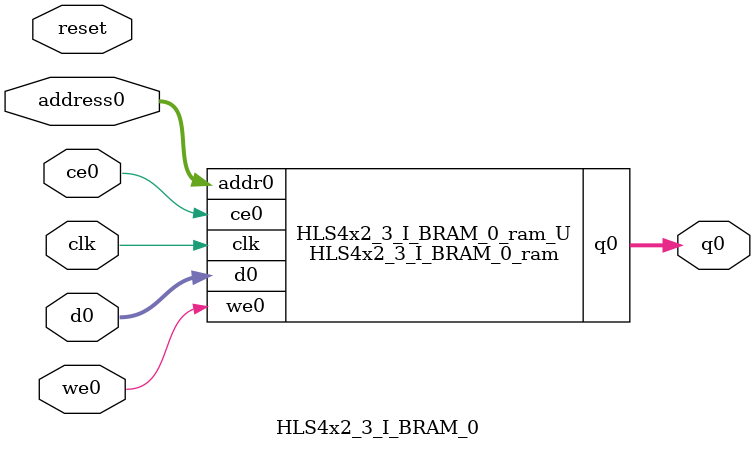
<source format=v>

`timescale 1 ns / 1 ps
module HLS4x2_3_I_BRAM_0_ram (addr0, ce0, d0, we0, q0,  clk);

parameter DWIDTH = 16;
parameter AWIDTH = 8;
parameter MEM_SIZE = 225;

input[AWIDTH-1:0] addr0;
input ce0;
input[DWIDTH-1:0] d0;
input we0;
output reg[DWIDTH-1:0] q0;
input clk;

(* ram_style = "block" *)reg [DWIDTH-1:0] ram[0:MEM_SIZE-1];




always @(posedge clk)  
begin 
    if (ce0) 
    begin
        if (we0) 
        begin 
            ram[addr0] <= d0; 
            q0 <= d0;
        end 
        else 
            q0 <= ram[addr0];
    end
end


endmodule


`timescale 1 ns / 1 ps
module HLS4x2_3_I_BRAM_0(
    reset,
    clk,
    address0,
    ce0,
    we0,
    d0,
    q0);

parameter DataWidth = 32'd16;
parameter AddressRange = 32'd225;
parameter AddressWidth = 32'd8;
input reset;
input clk;
input[AddressWidth - 1:0] address0;
input ce0;
input we0;
input[DataWidth - 1:0] d0;
output[DataWidth - 1:0] q0;



HLS4x2_3_I_BRAM_0_ram HLS4x2_3_I_BRAM_0_ram_U(
    .clk( clk ),
    .addr0( address0 ),
    .ce0( ce0 ),
    .d0( d0 ),
    .we0( we0 ),
    .q0( q0 ));

endmodule


</source>
